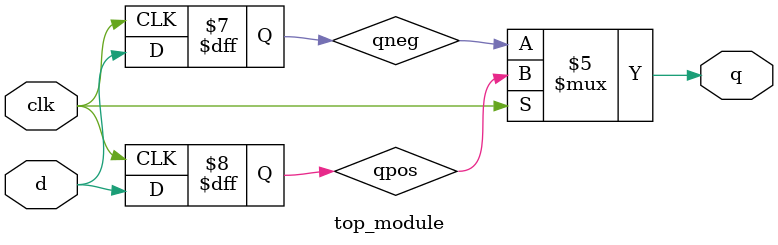
<source format=v>
module top_module (
    input clk,
    input d,
    output q
);
    wire qpos, qneg;
    
    always @(posedge clk) begin
        qpos <= d;
    end
    
    always @(negedge clk) begin
        qneg <= d;
    end
    
    always @(*) begin
        if (clk) q <= qpos;
        else
            q <= qneg;
    end

endmodule

</source>
